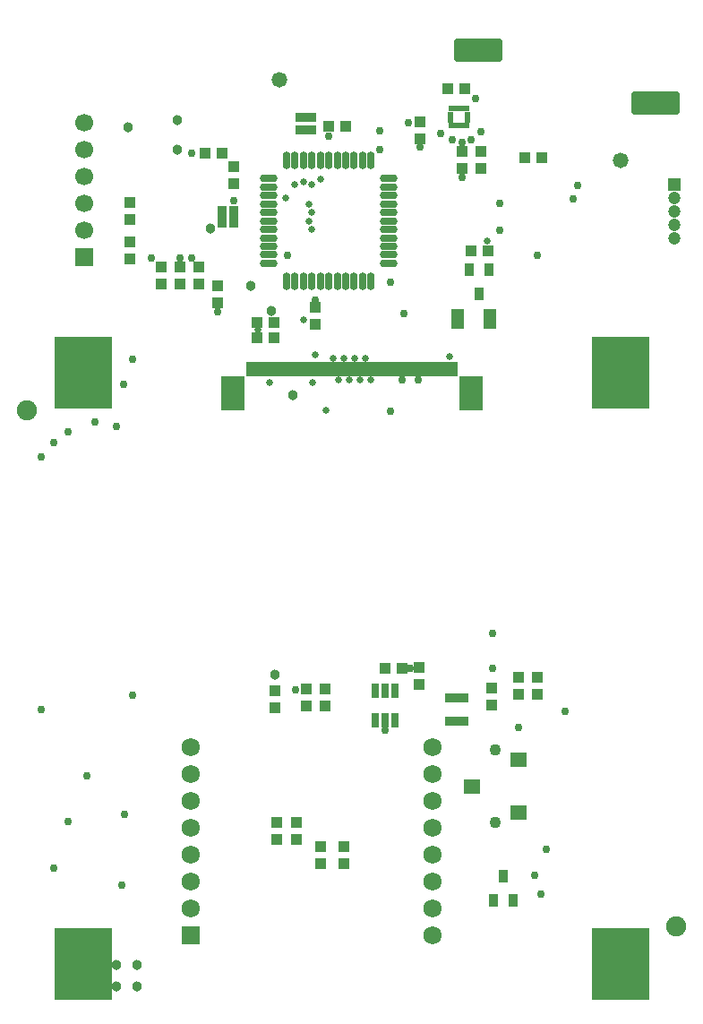
<source format=gbs>
G04*
G04 #@! TF.GenerationSoftware,Altium Limited,Altium Designer,19.1.8 (144)*
G04*
G04 Layer_Color=16711935*
%FSLAX24Y24*%
%MOIN*%
G70*
G01*
G75*
%ADD16C,0.0429*%
%ADD17R,0.0472X0.0472*%
%ADD18C,0.0472*%
%ADD19R,0.0669X0.0669*%
%ADD20C,0.0669*%
%ADD21C,0.0749*%
%ADD22C,0.0679*%
%ADD23R,0.0679X0.0679*%
%ADD24C,0.0299*%
%ADD25C,0.0379*%
%ADD26C,0.0260*%
%ADD27C,0.0579*%
%ADD74O,0.0295X0.0669*%
%ADD75O,0.0669X0.0295*%
%ADD76R,0.0639X0.0559*%
%ADD77R,0.0295X0.0531*%
%ADD78R,0.0335X0.0492*%
%ADD79R,0.0197X0.0335*%
%ADD80R,0.0472X0.0768*%
%ADD81R,0.0433X0.0394*%
%ADD82R,0.0189X0.0240*%
%ADD83R,0.0240X0.0189*%
%ADD84R,0.0394X0.0394*%
%ADD85R,0.0879X0.0339*%
%ADD86R,0.0199X0.0569*%
%ADD87R,0.0869X0.1259*%
%ADD88R,0.0394X0.0433*%
G04:AMPARAMS|DCode=89|XSize=182.9mil|YSize=87.9mil|CornerRadius=15.9mil|HoleSize=0mil|Usage=FLASHONLY|Rotation=180.000|XOffset=0mil|YOffset=0mil|HoleType=Round|Shape=RoundedRectangle|*
%AMROUNDEDRECTD89*
21,1,0.1829,0.0560,0,0,180.0*
21,1,0.1510,0.0879,0,0,180.0*
1,1,0.0319,-0.0755,0.0280*
1,1,0.0319,0.0755,0.0280*
1,1,0.0319,0.0755,-0.0280*
1,1,0.0319,-0.0755,-0.0280*
%
%ADD89ROUNDEDRECTD89*%
%ADD90R,0.2179X0.2679*%
%ADD91R,0.0335X0.0197*%
D16*
X18350Y9690D02*
D03*
Y7010D02*
D03*
D17*
X25000Y30750D02*
D03*
D18*
Y30250D02*
D03*
Y29750D02*
D03*
Y29250D02*
D03*
Y28750D02*
D03*
D19*
X3050Y28050D02*
D03*
D20*
Y29050D02*
D03*
Y30050D02*
D03*
Y31050D02*
D03*
Y32050D02*
D03*
Y33050D02*
D03*
D21*
X25090Y3150D02*
D03*
X910Y22350D02*
D03*
D22*
X7000Y4800D02*
D03*
Y8800D02*
D03*
X16000Y4800D02*
D03*
Y8800D02*
D03*
X7000Y5800D02*
D03*
Y3800D02*
D03*
Y7800D02*
D03*
Y6800D02*
D03*
X16000Y2800D02*
D03*
Y3800D02*
D03*
Y5800D02*
D03*
Y6800D02*
D03*
Y7800D02*
D03*
X7000Y9800D02*
D03*
X16000D02*
D03*
D23*
X7000Y2800D02*
D03*
D24*
X10900Y11950D02*
D03*
X15100Y33050D02*
D03*
X14450Y27100D02*
D03*
X1450Y11200D02*
D03*
X2450Y7050D02*
D03*
X4846Y11725D02*
D03*
X3150Y8750D02*
D03*
X4550Y7300D02*
D03*
X21400Y30700D02*
D03*
X18500Y29050D02*
D03*
X1900Y21150D02*
D03*
Y5300D02*
D03*
X2450Y21550D02*
D03*
X1450Y20600D02*
D03*
X19800Y5050D02*
D03*
X20050Y4350D02*
D03*
X21250Y30200D02*
D03*
X17100Y32300D02*
D03*
X17800Y32700D02*
D03*
X5550Y28000D02*
D03*
X3450Y21900D02*
D03*
X4250Y21725D02*
D03*
X4850Y24250D02*
D03*
X4500Y23300D02*
D03*
X4436Y4664D02*
D03*
X8600Y30150D02*
D03*
X19225Y10525D02*
D03*
X18250Y14050D02*
D03*
Y12750D02*
D03*
X14450Y22300D02*
D03*
X15469Y23469D02*
D03*
X15180Y12750D02*
D03*
X20950Y11150D02*
D03*
X18500Y30050D02*
D03*
X17600Y33950D02*
D03*
X16300Y32650D02*
D03*
X17100Y31000D02*
D03*
X20250Y6000D02*
D03*
X8000Y26000D02*
D03*
X14879Y23471D02*
D03*
X7050Y28000D02*
D03*
X17450Y32400D02*
D03*
X12150Y32550D02*
D03*
X14250Y10450D02*
D03*
X11650Y26450D02*
D03*
X6600Y28000D02*
D03*
X7050Y31900D02*
D03*
X16750Y32400D02*
D03*
X15550Y32150D02*
D03*
X14050Y32750D02*
D03*
Y32050D02*
D03*
X10600Y28100D02*
D03*
X14950Y25950D02*
D03*
X19900Y28100D02*
D03*
D25*
X10150Y12500D02*
D03*
X6500Y33150D02*
D03*
X4672Y32855D02*
D03*
X5000Y900D02*
D03*
X7750Y29100D02*
D03*
X10800Y22900D02*
D03*
X6500Y32050D02*
D03*
X5000Y1700D02*
D03*
X10000Y26050D02*
D03*
X9235Y26965D02*
D03*
X4250Y1700D02*
D03*
Y900D02*
D03*
D26*
X9500Y25326D02*
D03*
X12055Y22331D02*
D03*
X12715Y24281D02*
D03*
X13105D02*
D03*
X13500D02*
D03*
X12320D02*
D03*
X10550Y30250D02*
D03*
X11200Y25700D02*
D03*
X11530Y23381D02*
D03*
X13305Y23481D02*
D03*
X12515D02*
D03*
X11836Y30950D02*
D03*
X11200Y30850D02*
D03*
X11520Y30750D02*
D03*
X10885D02*
D03*
X11400Y30015D02*
D03*
Y29385D02*
D03*
X11500Y29070D02*
D03*
Y29700D02*
D03*
X9955Y23381D02*
D03*
X18050Y28631D02*
D03*
X13700Y23481D02*
D03*
X12910D02*
D03*
X16650Y24350D02*
D03*
X11650Y24400D02*
D03*
D27*
X10300Y34650D02*
D03*
X23000Y31650D02*
D03*
D74*
X10575Y31625D02*
D03*
X10890D02*
D03*
X11205D02*
D03*
X11520D02*
D03*
X11835D02*
D03*
X12150D02*
D03*
X12465D02*
D03*
X12780D02*
D03*
X13095D02*
D03*
X13410D02*
D03*
X13725D02*
D03*
X13725Y27137D02*
D03*
X13410D02*
D03*
X13095D02*
D03*
X12780D02*
D03*
X12465D02*
D03*
X12150D02*
D03*
X11835D02*
D03*
X11520D02*
D03*
X11205D02*
D03*
X10890D02*
D03*
X10575D02*
D03*
D75*
X14394Y30956D02*
D03*
Y30641D02*
D03*
Y30326D02*
D03*
Y30011D02*
D03*
Y29696D02*
D03*
Y29381D02*
D03*
Y29066D02*
D03*
Y28751D02*
D03*
Y28436D02*
D03*
Y28122D02*
D03*
Y27807D02*
D03*
X9906Y27807D02*
D03*
Y28122D02*
D03*
Y28436D02*
D03*
Y28751D02*
D03*
Y29066D02*
D03*
Y29381D02*
D03*
Y29696D02*
D03*
Y30011D02*
D03*
Y30326D02*
D03*
Y30641D02*
D03*
Y30956D02*
D03*
D76*
X17480Y8350D02*
D03*
X19220Y7370D02*
D03*
Y9330D02*
D03*
D77*
X14624Y11901D02*
D03*
X14250D02*
D03*
X13876D02*
D03*
Y10799D02*
D03*
X14250D02*
D03*
X14624D02*
D03*
D78*
X18276Y4097D02*
D03*
X19024D02*
D03*
X18650Y5003D02*
D03*
X18124Y27584D02*
D03*
X17376D02*
D03*
X17750Y26679D02*
D03*
D79*
X11005Y33226D02*
D03*
Y32774D02*
D03*
X11202Y33226D02*
D03*
Y32774D02*
D03*
X11398Y33226D02*
D03*
Y32774D02*
D03*
X11595Y33226D02*
D03*
Y32774D02*
D03*
D80*
X16959Y25750D02*
D03*
X18141D02*
D03*
D81*
X12700Y5485D02*
D03*
Y6115D02*
D03*
X19200Y12415D02*
D03*
Y11785D02*
D03*
X19900Y12415D02*
D03*
Y11785D02*
D03*
X17800Y31335D02*
D03*
Y31965D02*
D03*
X17100Y31335D02*
D03*
Y31965D02*
D03*
X15550Y32435D02*
D03*
Y33065D02*
D03*
X4750Y28615D02*
D03*
Y27985D02*
D03*
X11300Y11335D02*
D03*
Y11965D02*
D03*
X12000Y11965D02*
D03*
Y11335D02*
D03*
X18200Y12015D02*
D03*
Y11385D02*
D03*
X15500Y12135D02*
D03*
Y12765D02*
D03*
X8600Y30766D02*
D03*
Y31396D02*
D03*
X11650Y26165D02*
D03*
Y25535D02*
D03*
X4750Y30065D02*
D03*
Y29435D02*
D03*
X8000Y26335D02*
D03*
Y26965D02*
D03*
X7300Y27665D02*
D03*
Y27035D02*
D03*
X6600Y27665D02*
D03*
Y27035D02*
D03*
X5900Y27665D02*
D03*
Y27035D02*
D03*
X10150Y11285D02*
D03*
Y11915D02*
D03*
X10200Y6385D02*
D03*
Y7015D02*
D03*
X10950Y6385D02*
D03*
Y7015D02*
D03*
X11850Y5485D02*
D03*
Y6115D02*
D03*
D82*
X17295Y32935D02*
D03*
X17098D02*
D03*
X16902D02*
D03*
X16705D02*
D03*
Y33565D02*
D03*
X16902D02*
D03*
X17098D02*
D03*
X17295D02*
D03*
D83*
X16675Y33152D02*
D03*
Y33348D02*
D03*
X17325D02*
D03*
Y33152D02*
D03*
D84*
X7535Y31900D02*
D03*
X8165D02*
D03*
D85*
X16900Y11625D02*
D03*
Y10775D02*
D03*
D86*
X16650Y23881D02*
D03*
X14879D02*
D03*
X15076D02*
D03*
X15272D02*
D03*
X15469D02*
D03*
X15666D02*
D03*
X15863D02*
D03*
X16060D02*
D03*
X16257D02*
D03*
X16453D02*
D03*
X9170D02*
D03*
X9367D02*
D03*
X9564D02*
D03*
X9761D02*
D03*
X9957D02*
D03*
X10154D02*
D03*
X10351D02*
D03*
X10548D02*
D03*
X10745D02*
D03*
X10942D02*
D03*
X11138D02*
D03*
X11335D02*
D03*
X11532D02*
D03*
X11729D02*
D03*
X11926D02*
D03*
X16847D02*
D03*
X14682D02*
D03*
X14485D02*
D03*
X14288D02*
D03*
X14091D02*
D03*
X13894D02*
D03*
X13698D02*
D03*
X13501D02*
D03*
X13304D02*
D03*
X13107D02*
D03*
X12910D02*
D03*
X12713D02*
D03*
X12516D02*
D03*
X12320D02*
D03*
X12123D02*
D03*
D87*
X17431Y22966D02*
D03*
X8585D02*
D03*
D88*
X10125Y25600D02*
D03*
X9495D02*
D03*
X19435Y31750D02*
D03*
X20065D02*
D03*
X16585Y34300D02*
D03*
X17215D02*
D03*
X14245Y12750D02*
D03*
X14875D02*
D03*
X12135Y32900D02*
D03*
X12765D02*
D03*
X9485Y25050D02*
D03*
X10115D02*
D03*
X18065Y28281D02*
D03*
X17435D02*
D03*
D89*
X24300Y33765D02*
D03*
X17700Y35735D02*
D03*
D90*
X23000Y1750D02*
D03*
Y23750D02*
D03*
X3000D02*
D03*
Y1750D02*
D03*
D91*
X8174Y29236D02*
D03*
X8626D02*
D03*
X8174Y29433D02*
D03*
X8626D02*
D03*
X8174Y29630D02*
D03*
X8626D02*
D03*
X8174Y29827D02*
D03*
X8626D02*
D03*
M02*

</source>
